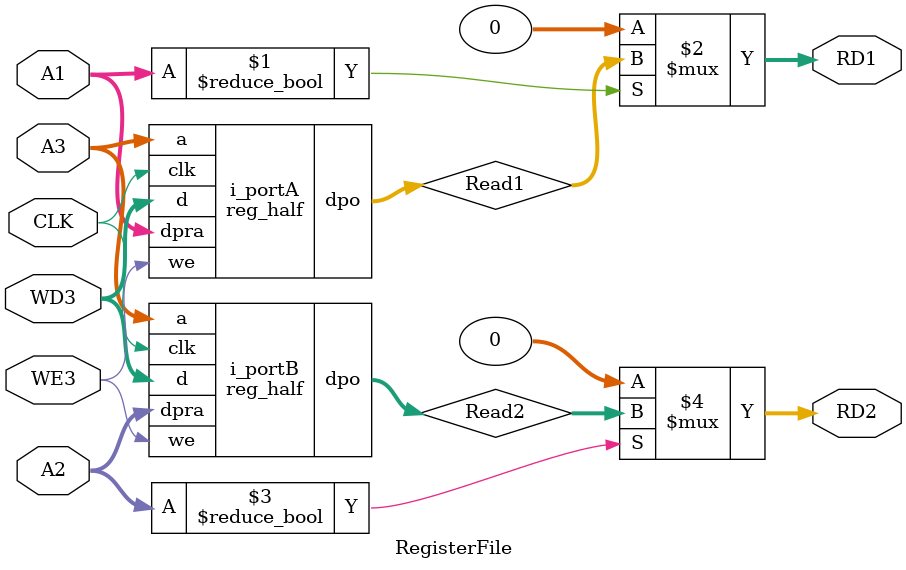
<source format=v>
`timescale 1ns / 1ps

module MIPS(
   input CLK,                   // Clock signal
   input RESET,                 // Reset Active low will set back the Program counter
   output [31:0] IOWriteData,   // IO Data to be written to the interface
   output  [3:0] IOAddr,        // IO Address we use 4 bits, could also be more
   output        IOWriteEn,     // 1: There is a valid IO Write
   input  [31:0] IOReadData     // 32bit input from the I/O interface        
   );

   // The MIPS processor
	// (Mostly) based on the descriptions on the textbook 
	// Digital Design and Computer Architecture
	// Chapter 7, Section 7.3, pages 368-381

//////////////////////////////////////////////////////////////////////////////////
// Signal Declarations
	// Refer to Figure 7.14 page 379 for names 

   // Instruction Decoding
	wire [31:0] Instr;     // The output of the Instruction memory
   wire [31:0] SignImm;   // 32-bit extended Immediate value
   wire  [4:0] WriteReg;  // Address of the register for write back

	// Address controls 
	reg  [31:0] PC;        // The Program counter (registered)
	wire [31:0] PCbar;     // Next state value of the Program counter, PC' in the diagram
   wire [31:0] PCCalc;    // Calculated value for the (next) PC
   wire [31:0] PCJump;    // Value for immediate jump
	wire [31:0] PCBranch;  // Value calculated for the branch instructions
	wire [31:0] PCPlus4;   // The current value of PC + 4, default next memory address

   // ALU related
   wire [31:0] SrcA;      // One input of the ALU
   wire [31:0] SrcB;      // Other input of the ALU
	wire [31:0] ALUResult; // The output of the ALU
	wire        Zero;      // The Zero flag, 1: if ALUResult == 0 
	
	// Data Memory
	wire [31:0] WriteData; // The output of Register File port 2,
	wire [31:0] ReadData;  // Output of the Data Memory
	wire [31:0] Result;    // End result that will be written back to register file
	wire        MemWrite;  // Write Enable for the Memory
	
	// Control Signals
	wire        Jump;      // A direct jump instruction has been issued
	wire        MemtoReg;  // 1: Copy data from Data Memory to Register File
	wire        Branch;    // 1: We have a branch instruction
	wire        PCSrc;     // We have a Branch AND ALUResult is zero, we will branch
	wire  [5:0] ALUControl;// Control signals for the ALU
	wire        ALUSrc;    // 0: Register file, 1: Immediate value
	wire        RegDst;    // Destination Register 1: Instr[15:11] 0: Instr[20:15]
	wire        RegWrite;  // 1: We will write back to the RegisterFile

   // Memory Mapped I/O Signals
   wire        IsIO;      // 1: if Address is in I/O range 0x00007ff0 to 0x0007fff
	wire        IsMemWrite;// 1: if MemWrite and not IsIO, we write to memory, not to the IO
	wire [31:0] ReadMemIO;  // Read from either Memory or I/O
	
//////////////////////////////////////////////////////////////////////////////////
// The Main Part of the MIPS processor 

   ////////////////////////////////////
	// The Program Counter
	always @ ( posedge CLK, posedge RESET ) 
   begin
	  if    (RESET	  == 1'b1) PC <= 32'h00002FFC; // default program counter 
	  else                    PC <= PCbar;        // Copy next value to present
   end
   
	// Calculation of the next PC value
   assign PCPlus4  = PC + 4;                             // By default the PC increments by 4
   assign PCBranch = PCPlus4 + {SignImm[29:0],2'b00};    // The branch address see Page 373, Fig 7.10
	assign PCCalc = PCSrc ? PCBranch : PCPlus4;           // Multiplexer selects Branch or only +4
   assign PCJump = {PCPlus4[31:28], Instr[25:0], 2'b00}; // The Jump value
	assign PCbar  = Jump  ? PCJump   : PCCalc;            // Multiplexer selects Jump or Normal

   /////////////////////////////////////
   // Instantiate the Instruction Memory
   InstructionMemory i_imem (
      // TODO PART 1 !!
      .A(PC[7:2]),   // Address of the Instruction, [5:0]
      .RD(Instr)   // Value at Address, [31:0]
   );
										
   // Sign extension, replicate the MSB of the Immediate value 
	assign SignImm = {{16{Instr[15]}},Instr[15:0]};

   // Determine the Write Back address for the Register File
	assign WriteReg = RegDst ? Instr[15:11] : Instr[20:16];
	
   ////////////////////////////////////
   // Instantiate the Register File
   RegisterFile i_regf (
      .A1(Instr[25:21]),   // Address for First Register
      .A2(Instr[20:16]),   // Address for Second Register
      .A3(WriteReg),       // Address for Write Back
      .RD1(SrcA),          // First output directly connected to ALU
      .RD2(WriteData),     // Second output
      .WD3(Result),        // Output of ALU or Data Memory
      .WE3(RegWrite),      // From the control unit
      .CLK(CLK)            // System Clock (10 MHz)
   );


   ////////////////////////////////////
   // ALU: first determine the inputs, and then instantiate the ALU
	assign SrcB = ALUSrc ? SignImm : WriteData ; // ALU input is either immediate or from register

   ALU i_alu (
      // TODO PART 1 !!
      .a(SrcA),
      .b(SrcB),
      .aluop(ALUControl[3:0]),
      .result(ALUResult),
      .zero(Zero)
   );
					 
   // Generate the PCSrc signal that tells to take the branch
	assign PCSrc = Branch & Zero;                // simple AND
   
   ////////////////////////////////////
	// Instantiate the Data Memory
   DataMemory i_dmem (
      // TODO PART 1 !!
      .CLK(CLK),   // Clock signal rising edge
      .A(ALUResult[7:2]),       // Address for 64 locations [5:0]
      .WE(MemWrite),      // Write Enable 1: Write 0: no write
      .WD(WriteData),      // 32-bit data in
      .RD(ReadData)       // 32-bit read data
   );

   // Memory Mapped I/O
   assign IsIO = ALUResult[31:4] == 28'h00007ff; // 1: when datamemory address falls into I/O  address range

   // TODO PART 1 !!
   assign IsMemWrite  = MemWrite & ~IsIO;         // 1: if MemWrite and not IsIO, we write to memory, not to the IO
   assign IOWriteData = WriteData;                          // This line is connected directly to WriteData
   assign IOAddr      = ALUResult[3:0];                     // The LSB 4 bits of the Address is assigned to IOAddr, [3:0]
   assign IOWriteEn   = MemWrite & IsIO;                    // Is 1 when there is a SW instruction on IO address 

   assign ReadMemIO   = IsIO ? IOReadData : ReadData;   // Mux selects memory or I/O	
   assign Result = MemtoReg ? ReadMemIO : ALUResult;    // Select either the Data Memory (or IO) output or the ALU Result	

   ////////////////////////////////////
   // The Control Unit
   ControlUnit i_cont (
      // TODO PART 1 !!
      .Op(Instr[31:26]),
      .Funct(Instr[5:0]),
      .Jump(Jump),
      .MemtoReg(MemtoReg),
      .MemWrite(MemWrite),
      .Branch(Branch),
      .ALUControl(ALUControl),
      .ALUSrc(ALUSrc),
      .RegDst(RegDst),
      .RegWrite(RegWrite)
   );
endmodule




































///////////////////////////////////////////////////////////////////////////////////////////////////////////////////////////////////////////////////////////////
///////////////////////////////////////////////////////////////////////////////////////////////////////////////////////////////////////////////////////////////

module ControlUnit(
	input  [5:0] Op,
	input  [5:0] Funct,
	output       Jump,
	output       MemtoReg,
	output       MemWrite,
	output       Branch,
	output [5:0] ALUControl,
	output       ALUSrc,
	output       RegDst,
	output       RegWrite
   );
	 
	//////////////////////////////////////////////////////////////////////////////////
	// DEFINE SOME CONSTANTS to make life easier
	localparam [5:0] OP_RTYPE = 6'b000000;  // There is an R-Type of Operation
	localparam [5:0] OP_LW    = 6'b100011;  // The Load Word operation
	localparam [5:0] OP_SW    = 6'b101011;  // The Store Word operation
	localparam [5:0] OP_BEQ   = 6'b000100;  // The Branch on Equal operation
	localparam [5:0] OP_ADDI  = 6'b001000;  // The ADDimmediate operation
	localparam [5:0] OP_J     = 6'b000010;  // The Jump operation

	//////////////////////////////////////////////////////////////////////////////////
	// DEFINE THE MAIN CONTROL SIGNALS
	// The control signals are mostly based on the table 7.5 on page 379
	// Don't care statements have been mapped to '0' in most cases
	//
	// All signals are handled separately, see alternative for an example

	// We will write to registers when OP is Rtype or LW or ADDI 
	assign RegWrite = (Op == OP_RTYPE) | (Op == OP_LW) | ( Op == OP_ADDI) ; 	 
	// Select the input of the ALU
	assign ALUSrc   = (Op == OP_LW) | (Op == OP_SW) | (Op == OP_ADDI) ;

	// Simple assignments
	assign RegDst   = (Op == OP_RTYPE); // The destination is a register
	assign Branch   = (Op == OP_BEQ);   // 1: if there is a branch instruction 
	assign MemWrite = (Op == OP_SW);    // 1: for Store Word
	assign MemtoReg = (Op == OP_LW);	   // 1: when Load Word
	assign Jump     = (Op == OP_J);	   // 1: when Jump

	assign ALUControl =
		ALUSrc ? 6'b100000 :  // if LW, SW or ADDI, perform an ADD
		Branch ? 6'b100010 :  // if BEQ, perform a SUB
		Funct;       // per default assume an R-Type and do what Funct says
endmodule

module InstructionMemory(
  input  [5:0] A,   // Address of the Instruction max 64 instructions
	output [31:0] RD   // Value at Address
  );

 reg [31:0] InsArr [63:0];  // Array holding the memory 64 entries each 32 bits
 
 initial
  begin
    $readmemh("insmem_h.txt", InsArr);  // Initialize the array with this content
  end
  assign RD= InsArr[A];   // The Read Data (RD) output corresponds to the Address (A)
endmodule

module DataMemory(
  input         CLK,  // Clock signal rising edge
  input   [5:0] A,    // Address for 64 locations
  input         WE,   // Write Enable 1: Write 0: no write
  input  [31:0] WD,   // 32-bit data in
  output [31:0] RD    // 32-bit read data
  );
  reg [31:0] DataArr [63:0];   // This is the variable that holds the memory
  initial
  begin
    $readmemh("datamem_h.txt", DataArr);  // Initialize the array with this content
  end

  assign RD = DataArr[A];      // Read Data (RD) corresponds to address (A)

  always @ ( posedge CLK )     // At rising edge of CLK
  begin
    if (WE)                  // if Write Enable (WE) is set
      DataArr[A] <= WD;     // Copy Write Data (WD) to the address (A)
  end
endmodule

module ALU ( 
  input  [31:0] a,
  input  [31:0] b,
	input  [3:0] aluop,
	output [31:0] result,
	output zero
  );

  wire [31:0] logicout;   // output of the logic block
  wire [31:0] addout;     // adder subtractor out
  wire [31:0] arithout;   // output after alt
  wire [31:0] n_b;        // inverted b
  wire [31:0] sel_b;      // select b or n_b;
  wire [31:0] slt;        // output of the slt extension
  
  wire [1:0] logicsel;    // lower two bits of aluop;

  // logic select 
  assign logicsel = aluop[1:0];
  assign logicout =
    (logicsel == 2'b00) ? a & b :
    (logicsel == 2'b01) ? a | b :
    (logicsel == 2'b10) ? a ^ b :
    ~(a | b) ;

  // adder subtractor
  assign n_b = ~b ;  // invert b
  assign sel_b = (aluop[1])? n_b : b ;
  assign addout = a + sel_b + aluop[1];
  
  // set less than operator
  assign slt = {31'b0,addout[31]};
  
  // arith out
  assign arithout = (aluop[3]) ? slt : addout;
  
  // final out
  assign result = (aluop[2]) ? logicout : arithout;
  
  // the zero
  assign zero = (result == 32'b0) ? 1: 0;
endmodule

module reg_half(
	a,
	d,
	dpra,
	clk,
	we,
	spo,
	dpo);

	input [4 : 0] a;
	input [31 : 0] d;
	input [4 : 0] dpra;
	input clk;
	input we;
	output [31 : 0] spo;
	output [31 : 0] dpo;

   // synthesis translate_off

   //    DIST_MEM_GEN_V4_1 #(
	// 	.C_ADDR_WIDTH(5),
	// 	.C_DEFAULT_DATA("0"),
	// 	.C_DEPTH(32),
	// 	.C_HAS_CLK(1),
	// 	.C_HAS_D(1),
	// 	.C_HAS_DPO(1),
	// 	.C_HAS_DPRA(1),
	// 	.C_HAS_I_CE(0),
	// 	.C_HAS_QDPO(0),
	// 	.C_HAS_QDPO_CE(0),
	// 	.C_HAS_QDPO_CLK(0),
	// 	.C_HAS_QDPO_RST(0),
	// 	.C_HAS_QDPO_SRST(0),
	// 	.C_HAS_QSPO(0),
	// 	.C_HAS_QSPO_CE(0),
	// 	.C_HAS_QSPO_RST(0),
	// 	.C_HAS_QSPO_SRST(0),
	// 	.C_HAS_SPO(1),
	// 	.C_HAS_SPRA(0),
	// 	.C_HAS_WE(1),
	// 	.C_MEM_INIT_FILE("no_coe_file_loaded"),
	// 	.C_MEM_TYPE(2),
	// 	.C_PARSER_TYPE(1),
	// 	.C_PIPELINE_STAGES(0),
	// 	.C_QCE_JOINED(0),
	// 	.C_QUALIFY_WE(0),
	// 	.C_READ_MIF(0),
	// 	.C_REG_A_D_INPUTS(0),
	// 	.C_REG_DPRA_INPUT(0),
	// 	.C_SYNC_ENABLE(1),
	// 	.C_WIDTH(32))
	// inst (
	// 	.A(a),
	// 	.D(d),
	// 	.DPRA(dpra),
	// 	.CLK(clk),
	// 	.WE(we),
	// 	.SPO(spo),
	// 	.DPO(dpo),
	// 	.SPRA(),
	// 	.I_CE(),
	// 	.QSPO_CE(),
	// 	.QDPO_CE(),
	// 	.QDPO_CLK(),
	// 	.QSPO_RST(),
	// 	.QDPO_RST(),
	// 	.QSPO_SRST(),
	// 	.QDPO_SRST(),
	// 	.QSPO(),
	// 	.QDPO());

   // synthesis translate_on
   // XST black box declaration
   // box_type "black_box"
   // synthesis attribute box_type of reg_half is "black_box"
endmodule

module RegisterFile(
	input   [4:0] A1,   // selects one of 32 registers
	output [31:0] RD1,  // register corresponding to A1
	input   [4:0] A2,   // selects one of 32 registers
	output [31:0] RD2,  // register corresponding to A2
	input   [4:0] A3,   // selects the address for writeback
	input  [31:0] WD3,  // Write-back data, will be written to addess A3
	input         WE3,  // Write-enable for third port WE3=1 write WD3 to A3
	input         CLK   // System clock
   );
   
   wire [31:0] Read1;  // output of PortA
	wire [31:0] Read2;  // output of PortB
	// once everything works do not forget to add a reset here 
	// you should not enable WE while there is a reset
 
  	// we instantiate two memories  
	reg_half i_portA	 (
	   .a(A3), // Bus [4 : 0] 
	   .d(WD3), // Bus [31 : 0] 
	   .dpra(A1), // Bus [4 : 0] 
	   .clk(CLK),
	   .we(WE3),
	   .dpo(Read1)
	); // Bus [31 : 0] 

	reg_half i_portB (
	   .a(A3), // Bus [4 : 0] 
	   .d(WD3), // Bus [31 : 0] 
	   .dpra(A2), // Bus [4 : 0] 
	   .clk(CLK),
	   .we(WE3),
	   .dpo(Read2)
	); // Bus [31 : 0]     
	
	// For both ports, if the address is 0 
	// Then the output will be zero
	// Otherwise read the output from the register file 

	assign RD1 = (A1 != 4'b0000) ? Read1 : 0; // Port 1
	assign RD2 = (A2 != 4'b0000) ? Read2 : 0; // Port 2
endmodule

</source>
